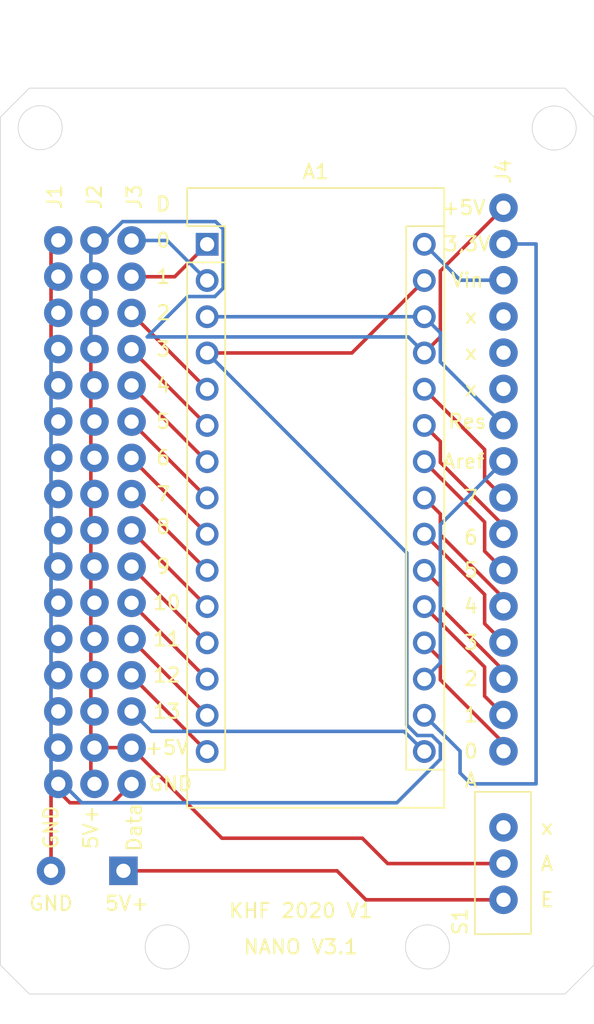
<source format=kicad_pcb>
(kicad_pcb (version 20241229) (generator "pcbnew") (generator_version "9.0")
  (layers (0 "F.Cu" signal) (2 "B.Cu" signal) (13 "F.Paste" user) (15 "B.Paste" user) (5 "F.SilkS" user) (7 "B.SilkS" user) (1 "F.Mask" user) (3 "B.Mask" user) (25 "Edge.Cuts" user))
  (net 0 "")
  (net 1 "Net-(A1-Pad1)")
  (net 2 "Net-(A1-Pad17)")
  (net 3 "Net-(A1-Pad2)")
  (net 4 "Net-(A1-Pad18)")
  (net 5 "Net-(A1-Pad28)")
  (net 6 "Net-(A1-Pad19)")
  (net 7 "Net-(A1-Pad29)")
  (net 8 "Net-(A1-Pad20)")
  (net 9 "Net-(A1-Pad5)")
  (net 10 "Net-(A1-Pad21)")
  (net 11 "Net-(A1-Pad6)")
  (net 12 "Net-(A1-Pad22)")
  (net 13 "Net-(A1-Pad7)")
  (net 14 "Net-(A1-Pad23)")
  (net 15 "Net-(A1-Pad8)")
  (net 16 "Net-(A1-Pad24)")
  (net 17 "Net-(A1-Pad9)")
  (net 18 "Net-(A1-Pad25)")
  (net 19 "Net-(A1-Pad10)")
  (net 20 "Net-(A1-Pad26)")
  (net 21 "Net-(A1-Pad11)")
  (net 22 "Net-(A1-Pad27)")
  (net 23 "Net-(A1-Pad12)")
  (net 24 "Net-(A1-Pad13)")
  (net 25 "Net-(A1-Pad14)")
  (net 26 "Net-(A1-Pad30)")
  (net 27 "Net-(A1-Pad15)")
  (net 28 "Net-(A1-Pad16)")
  (net 29 "Net-(J4-Pad11)")
  (net 30 "Net-(J4-Pad12)")
  (net 31 "Net-(J4-Pad13)")
  (net 32 "Net-(S1-Pad1)")
  (net 33 "Net-(S1-Pad3)")
  (footprint "Module:Arduino_Nano" (layer "F.Cu") (at 121.951001 312.695001)
    (property "Reference" "A1" (at 7.62 -5.08 0) (layer "F.SilkS"))
    (property "Value" "Arduino_Nano_v3.x")
    (fp_line (start -1.4 -3.94) (end -1.4 -1.27) (stroke (width 0.12)) (layer "F.SilkS"))
    (fp_line (start -1.4 1.27) (end -1.4 39.5) (stroke (width 0.12)) (layer "F.SilkS"))
    (fp_line (start -1.4 39.5) (end 16.64 39.5) (stroke (width 0.12)) (layer "F.SilkS"))
    (fp_line (start 1.27 -1.27) (end -1.4 -1.27) (stroke (width 0.12)) (layer "F.SilkS"))
    (fp_line (start 1.27 1.27) (end -1.4 1.27) (stroke (width 0.12)) (layer "F.SilkS"))
    (fp_line (start 1.27 1.27) (end 1.27 -1.27) (stroke (width 0.12)) (layer "F.SilkS"))
    (fp_line (start 1.27 1.27) (end 1.27 36.83) (stroke (width 0.12)) (layer "F.SilkS"))
    (fp_line (start 1.27 36.83) (end -1.4 36.83) (stroke (width 0.12)) (layer "F.SilkS"))
    (fp_line (start 13.97 -1.27) (end 13.97 36.83) (stroke (width 0.12)) (layer "F.SilkS"))
    (fp_line (start 13.97 -1.27) (end 16.64 -1.27) (stroke (width 0.12)) (layer "F.SilkS"))
    (fp_line (start 13.97 36.83) (end 16.64 36.83) (stroke (width 0.12)) (layer "F.SilkS"))
    (fp_line (start 16.64 -3.94) (end -1.4 -3.94) (stroke (width 0.12)) (layer "F.SilkS"))
    (fp_line (start 16.64 39.5) (end 16.64 -3.94) (stroke (width 0.12)) (layer "F.SilkS"))
    (pad "1" thru_hole rect (at 0 0) (size 1.6 1.6) (drill 1) (layers "*.Cu" "*.Mask") (net 1 "Net-(A1-Pad1)"))
    (pad "2" thru_hole oval (at 0 2.54) (size 1.6 1.6) (drill 1) (layers "*.Cu" "*.Mask") (net 3 "Net-(A1-Pad2)"))
    (pad "3" thru_hole oval (at 0 5.08) (size 1.6 1.6) (drill 1) (layers "*.Cu" "*.Mask") (net 5 "Net-(A1-Pad28)"))
    (pad "4" thru_hole oval (at 0 7.62) (size 1.6 1.6) (drill 1) (layers "*.Cu" "*.Mask") (net 7 "Net-(A1-Pad29)"))
    (pad "5" thru_hole oval (at 0 10.16) (size 1.6 1.6) (drill 1) (layers "*.Cu" "*.Mask") (net 9 "Net-(A1-Pad5)"))
    (pad "6" thru_hole oval (at 0 12.7) (size 1.6 1.6) (drill 1) (layers "*.Cu" "*.Mask") (net 11 "Net-(A1-Pad6)"))
    (pad "7" thru_hole oval (at 0 15.24) (size 1.6 1.6) (drill 1) (layers "*.Cu" "*.Mask") (net 13 "Net-(A1-Pad7)"))
    (pad "8" thru_hole oval (at 0 17.78) (size 1.6 1.6) (drill 1) (layers "*.Cu" "*.Mask") (net 15 "Net-(A1-Pad8)"))
    (pad "9" thru_hole oval (at 0 20.32) (size 1.6 1.6) (drill 1) (layers "*.Cu" "*.Mask") (net 17 "Net-(A1-Pad9)"))
    (pad "10" thru_hole oval (at 0 22.86) (size 1.6 1.6) (drill 1) (layers "*.Cu" "*.Mask") (net 19 "Net-(A1-Pad10)"))
    (pad "11" thru_hole oval (at 0 25.4) (size 1.6 1.6) (drill 1) (layers "*.Cu" "*.Mask") (net 21 "Net-(A1-Pad11)"))
    (pad "12" thru_hole oval (at 0 27.94) (size 1.6 1.6) (drill 1) (layers "*.Cu" "*.Mask") (net 23 "Net-(A1-Pad12)"))
    (pad "13" thru_hole oval (at 0 30.48) (size 1.6 1.6) (drill 1) (layers "*.Cu" "*.Mask") (net 24 "Net-(A1-Pad13)"))
    (pad "14" thru_hole oval (at 0 33.02) (size 1.6 1.6) (drill 1) (layers "*.Cu" "*.Mask") (net 25 "Net-(A1-Pad14)"))
    (pad "15" thru_hole oval (at 0 35.56) (size 1.6 1.6) (drill 1) (layers "*.Cu" "*.Mask") (net 27 "Net-(A1-Pad15)"))
    (pad "16" thru_hole oval (at 15.24 35.56) (size 1.6 1.6) (drill 1) (layers "*.Cu" "*.Mask") (net 28 "Net-(A1-Pad16)"))
    (pad "17" thru_hole oval (at 15.24 33.02) (size 1.6 1.6) (drill 1) (layers "*.Cu" "*.Mask") (net 2 "Net-(A1-Pad17)"))
    (pad "18" thru_hole oval (at 15.24 30.48) (size 1.6 1.6) (drill 1) (layers "*.Cu" "*.Mask") (net 4 "Net-(A1-Pad18)"))
    (pad "19" thru_hole oval (at 15.24 27.94) (size 1.6 1.6) (drill 1) (layers "*.Cu" "*.Mask") (net 6 "Net-(A1-Pad19)"))
    (pad "20" thru_hole oval (at 15.24 25.4) (size 1.6 1.6) (drill 1) (layers "*.Cu" "*.Mask") (net 8 "Net-(A1-Pad20)"))
    (pad "21" thru_hole oval (at 15.24 22.86) (size 1.6 1.6) (drill 1) (layers "*.Cu" "*.Mask") (net 10 "Net-(A1-Pad21)"))
    (pad "22" thru_hole oval (at 15.24 20.32) (size 1.6 1.6) (drill 1) (layers "*.Cu" "*.Mask") (net 12 "Net-(A1-Pad22)"))
    (pad "23" thru_hole oval (at 15.24 17.78) (size 1.6 1.6) (drill 1) (layers "*.Cu" "*.Mask") (net 14 "Net-(A1-Pad23)"))
    (pad "24" thru_hole oval (at 15.24 15.24) (size 1.6 1.6) (drill 1) (layers "*.Cu" "*.Mask") (net 16 "Net-(A1-Pad24)"))
    (pad "25" thru_hole oval (at 15.24 12.7) (size 1.6 1.6) (drill 1) (layers "*.Cu" "*.Mask") (net 18 "Net-(A1-Pad25)"))
    (pad "26" thru_hole oval (at 15.24 10.16) (size 1.6 1.6) (drill 1) (layers "*.Cu" "*.Mask") (net 20 "Net-(A1-Pad26)"))
    (pad "27" thru_hole oval (at 15.24 7.62) (size 1.6 1.6) (drill 1) (layers "*.Cu" "*.Mask") (net 22 "Net-(A1-Pad27)"))
    (pad "28" thru_hole oval (at 15.24 5.08) (size 1.6 1.6) (drill 1) (layers "*.Cu" "*.Mask") (net 5 "Net-(A1-Pad28)"))
    (pad "29" thru_hole oval (at 15.24 2.54) (size 1.6 1.6) (drill 1) (layers "*.Cu" "*.Mask") (net 7 "Net-(A1-Pad29)"))
    (pad "30" thru_hole oval (at 15.24 0) (size 1.6 1.6) (drill 1) (layers "*.Cu" "*.Mask") (net 26 "Net-(A1-Pad30)"))
  )
  (footprint "KHF_LIB:NANO_Stift_16PIN" (layer "F.Cu") (at 114.046 312.42 -90)
    (property "Reference" "J2" (at -3.048 0 90) (layer "F.SilkS"))
    (property "Value" "NANO16PINStiftleiste")
    (pad "1" thru_hole circle (at 0 0 270) (size 2 2) (drill 1) (layers "*.Cu" "*.Mask") (net 22 "Net-(A1-Pad27)"))
    (pad "2" thru_hole circle (at 2.54 0 270) (size 2 2) (drill 1) (layers "*.Cu" "*.Mask") (net 22 "Net-(A1-Pad27)"))
    (pad "3" thru_hole circle (at 5.08 0 270) (size 2 2) (drill 1) (layers "*.Cu" "*.Mask") (net 22 "Net-(A1-Pad27)"))
    (pad "4" thru_hole circle (at 7.62 0 270) (size 2 2) (drill 1) (layers "*.Cu" "*.Mask") (net 22 "Net-(A1-Pad27)"))
    (pad "5" thru_hole circle (at 10.16 0 270) (size 2 2) (drill 1) (layers "*.Cu" "*.Mask") (net 22 "Net-(A1-Pad27)"))
    (pad "6" thru_hole circle (at 12.7 0 270) (size 2 2) (drill 1) (layers "*.Cu" "*.Mask") (net 22 "Net-(A1-Pad27)"))
    (pad "7" thru_hole circle (at 15.24 0 270) (size 2 2) (drill 1) (layers "*.Cu" "*.Mask") (net 22 "Net-(A1-Pad27)"))
    (pad "8" thru_hole circle (at 17.78 0 270) (size 2 2) (drill 1) (layers "*.Cu" "*.Mask") (net 22 "Net-(A1-Pad27)"))
    (pad "9" thru_hole circle (at 20.32 0 270) (size 2 2) (drill 1) (layers "*.Cu" "*.Mask") (net 22 "Net-(A1-Pad27)"))
    (pad "10" thru_hole circle (at 22.86 0 270) (size 2 2) (drill 1) (layers "*.Cu" "*.Mask") (net 22 "Net-(A1-Pad27)"))
    (pad "11" thru_hole circle (at 25.4 0 270) (size 2 2) (drill 1) (layers "*.Cu" "*.Mask") (net 22 "Net-(A1-Pad27)"))
    (pad "12" thru_hole circle (at 27.94 0 270) (size 2 2) (drill 1) (layers "*.Cu" "*.Mask") (net 22 "Net-(A1-Pad27)"))
    (pad "13" thru_hole circle (at 30.48 0 270) (size 2 2) (drill 1) (layers "*.Cu" "*.Mask") (net 22 "Net-(A1-Pad27)"))
    (pad "14" thru_hole circle (at 33.02 0 270) (size 2 2) (drill 1) (layers "*.Cu" "*.Mask") (net 22 "Net-(A1-Pad27)"))
    (pad "15" thru_hole circle (at 35.56 0 270) (size 2 2) (drill 1) (layers "*.Cu" "*.Mask") (net 22 "Net-(A1-Pad27)"))
    (pad "16" thru_hole circle (at 38.1 0 270) (size 2 2) (drill 1) (layers "*.Cu" "*.Mask") (net 22 "Net-(A1-Pad27)"))
  )
  (footprint "KHF_LIB:NANO_Stift_16PIN" (layer "F.Cu") (at 116.65 312.43 -90)
    (property "Reference" "J3" (at -3.058 -0.19 90) (layer "F.SilkS"))
    (property "Value" "NANO16PINStiftleiste")
    (pad "1" thru_hole circle (at 0 0 270) (size 2 2) (drill 1) (layers "*.Cu" "*.Mask") (net 3 "Net-(A1-Pad2)"))
    (pad "2" thru_hole circle (at 2.54 0 270) (size 2 2) (drill 1) (layers "*.Cu" "*.Mask") (net 1 "Net-(A1-Pad1)"))
    (pad "3" thru_hole circle (at 5.08 0 270) (size 2 2) (drill 1) (layers "*.Cu" "*.Mask") (net 9 "Net-(A1-Pad5)"))
    (pad "4" thru_hole circle (at 7.62 0 270) (size 2 2) (drill 1) (layers "*.Cu" "*.Mask") (net 11 "Net-(A1-Pad6)"))
    (pad "5" thru_hole circle (at 10.16 0 270) (size 2 2) (drill 1) (layers "*.Cu" "*.Mask") (net 13 "Net-(A1-Pad7)"))
    (pad "6" thru_hole circle (at 12.7 0 270) (size 2 2) (drill 1) (layers "*.Cu" "*.Mask") (net 15 "Net-(A1-Pad8)"))
    (pad "7" thru_hole circle (at 15.24 0 270) (size 2 2) (drill 1) (layers "*.Cu" "*.Mask") (net 17 "Net-(A1-Pad9)"))
    (pad "8" thru_hole circle (at 17.78 0 270) (size 2 2) (drill 1) (layers "*.Cu" "*.Mask") (net 19 "Net-(A1-Pad10)"))
    (pad "9" thru_hole circle (at 20.32 0 270) (size 2 2) (drill 1) (layers "*.Cu" "*.Mask") (net 21 "Net-(A1-Pad11)"))
    (pad "10" thru_hole circle (at 22.86 0 270) (size 2 2) (drill 1) (layers "*.Cu" "*.Mask") (net 23 "Net-(A1-Pad12)"))
    (pad "11" thru_hole circle (at 25.4 0 270) (size 2 2) (drill 1) (layers "*.Cu" "*.Mask") (net 24 "Net-(A1-Pad13)"))
    (pad "12" thru_hole circle (at 27.94 0 270) (size 2 2) (drill 1) (layers "*.Cu" "*.Mask") (net 25 "Net-(A1-Pad14)"))
    (pad "13" thru_hole circle (at 30.48 0 270) (size 2 2) (drill 1) (layers "*.Cu" "*.Mask") (net 27 "Net-(A1-Pad15)"))
    (pad "14" thru_hole circle (at 33.02 0 270) (size 2 2) (drill 1) (layers "*.Cu" "*.Mask") (net 28 "Net-(A1-Pad16)"))
    (pad "15" thru_hole circle (at 35.56 0 270) (size 2 2) (drill 1) (layers "*.Cu" "*.Mask") (net 22 "Net-(A1-Pad27)"))
    (pad "16" thru_hole circle (at 38.1 0 270) (size 2 2) (drill 1) (layers "*.Cu" "*.Mask") (net 7 "Net-(A1-Pad29)"))
  )
  (footprint "KHF_LIB:NANO_Stift_16PIN" (layer "F.Cu") (at 142.748 348.234 90)
    (property "Reference" "J4" (at 40.64 0 90) (layer "F.SilkS"))
    (property "Value" "NANO16PINStiftleiste")
    (pad "1" thru_hole circle (at 0 0 90) (size 2 2) (drill 1) (layers "*.Cu" "*.Mask") (net 6 "Net-(A1-Pad19)"))
    (pad "2" thru_hole circle (at 2.54 0 90) (size 2 2) (drill 1) (layers "*.Cu" "*.Mask") (net 8 "Net-(A1-Pad20)"))
    (pad "3" thru_hole circle (at 5.08 0 90) (size 2 2) (drill 1) (layers "*.Cu" "*.Mask") (net 10 "Net-(A1-Pad21)"))
    (pad "4" thru_hole circle (at 7.62 0 90) (size 2 2) (drill 1) (layers "*.Cu" "*.Mask") (net 12 "Net-(A1-Pad22)"))
    (pad "5" thru_hole circle (at 10.16 0 90) (size 2 2) (drill 1) (layers "*.Cu" "*.Mask") (net 14 "Net-(A1-Pad23)"))
    (pad "6" thru_hole circle (at 12.7 0 90) (size 2 2) (drill 1) (layers "*.Cu" "*.Mask") (net 16 "Net-(A1-Pad24)"))
    (pad "7" thru_hole circle (at 15.24 0 90) (size 2 2) (drill 1) (layers "*.Cu" "*.Mask") (net 18 "Net-(A1-Pad25)"))
    (pad "8" thru_hole circle (at 17.78 0 90) (size 2 2) (drill 1) (layers "*.Cu" "*.Mask") (net 20 "Net-(A1-Pad26)"))
    (pad "9" thru_hole circle (at 20.32 0 90) (size 2 2) (drill 1) (layers "*.Cu" "*.Mask") (net 4 "Net-(A1-Pad18)"))
    (pad "10" thru_hole circle (at 22.86 0 90) (size 2 2) (drill 1) (layers "*.Cu" "*.Mask") (net 5 "Net-(A1-Pad28)"))
    (pad "11" thru_hole circle (at 25.4 0 90) (size 2 2) (drill 1) (layers "*.Cu" "*.Mask") (net 29 "Net-(J4-Pad11)"))
    (pad "12" thru_hole circle (at 27.94 0 90) (size 2 2) (drill 1) (layers "*.Cu" "*.Mask") (net 30 "Net-(J4-Pad12)"))
    (pad "13" thru_hole circle (at 30.48 0 90) (size 2 2) (drill 1) (layers "*.Cu" "*.Mask") (net 31 "Net-(J4-Pad13)"))
    (pad "14" thru_hole circle (at 33.02 0 90) (size 2 2) (drill 1) (layers "*.Cu" "*.Mask") (net 26 "Net-(A1-Pad30)"))
    (pad "15" thru_hole circle (at 35.56 0 90) (size 2 2) (drill 1) (layers "*.Cu" "*.Mask") (net 2 "Net-(A1-Pad17)"))
    (pad "16" thru_hole circle (at 38.1 0 90) (size 2 2) (drill 1) (layers "*.Cu" "*.Mask") (net 22 "Net-(A1-Pad27)"))
  )
  (footprint "KHF_LIB:Micro_SchalterKHF" (layer "F.Cu") (at 142.748 358.648 90)
    (property "Reference" "S1" (at -1.524 -3.048 90) (layer "F.SilkS"))
    (property "Value" "Micro_Schalter")
    (fp_line (start 7.5692 -2.0066) (end 7.5692 1.9304) (stroke (width 0.12)) (layer "F.SilkS"))
    (fp_line (start -2.3876 -2.0066) (end 7.5692 -2.0066) (stroke (width 0.12)) (layer "F.SilkS"))
    (fp_line (start 7.5692 1.9304) (end -2.3876 1.9304) (stroke (width 0.12)) (layer "F.SilkS"))
    (fp_line (start -2.3876 1.9304) (end -2.413 -2.0066) (stroke (width 0.12)) (layer "F.SilkS"))
    (pad "1" thru_hole circle (at 0 0 90) (size 2 2) (drill 1) (layers "*.Cu" "*.Mask") (net 32 "Net-(S1-Pad1)"))
    (pad "2" thru_hole circle (at 2.54 0 90) (size 2 2) (drill 1) (layers "*.Cu" "*.Mask") (net 22 "Net-(A1-Pad27)"))
    (pad "3" thru_hole circle (at 5.08 0 90) (size 2 2) (drill 1) (layers "*.Cu" "*.Mask") (net 33 "Net-(S1-Pad3)"))
  )
  (footprint "KHF_LIB:9VBAT_khf" (layer "F.Cu") (at 110.998 356.616)
    (property "Reference" "GND" (at 0 2.286 0) (layer "F.SilkS"))
    (property "Value" "9VBat")
    (pad "1" thru_hole circle (at 0 0) (size 2 2) (drill 1) (layers "*.Cu" "*.Mask") (net 7 "Net-(A1-Pad29)"))
    (pad "2" thru_hole rect (at 5.08 0) (size 2 2) (drill 1) (layers "*.Cu" "*.Mask") (net 32 "Net-(S1-Pad1)"))
  )
  (footprint "KHF_LIB:NANO_Stift_16PIN" (layer "F.Cu") (at 111.506 350.52 90)
    (property "Reference" "J1" (at 41.148 -0.254 90) (layer "F.SilkS"))
    (property "Value" "NANO16PINStiftleiste")
    (pad "1" thru_hole circle (at 0 0 90) (size 2 2) (drill 1) (layers "*.Cu" "*.Mask") (net 7 "Net-(A1-Pad29)"))
    (pad "2" thru_hole circle (at 2.54 0 90) (size 2 2) (drill 1) (layers "*.Cu" "*.Mask") (net 7 "Net-(A1-Pad29)"))
    (pad "3" thru_hole circle (at 5.08 0 90) (size 2 2) (drill 1) (layers "*.Cu" "*.Mask") (net 7 "Net-(A1-Pad29)"))
    (pad "4" thru_hole circle (at 7.62 0 90) (size 2 2) (drill 1) (layers "*.Cu" "*.Mask") (net 7 "Net-(A1-Pad29)"))
    (pad "5" thru_hole circle (at 10.16 0 90) (size 2 2) (drill 1) (layers "*.Cu" "*.Mask") (net 7 "Net-(A1-Pad29)"))
    (pad "6" thru_hole circle (at 12.7 0 90) (size 2 2) (drill 1) (layers "*.Cu" "*.Mask") (net 7 "Net-(A1-Pad29)"))
    (pad "7" thru_hole circle (at 15.24 0 90) (size 2 2) (drill 1) (layers "*.Cu" "*.Mask") (net 7 "Net-(A1-Pad29)"))
    (pad "8" thru_hole circle (at 17.78 0 90) (size 2 2) (drill 1) (layers "*.Cu" "*.Mask") (net 7 "Net-(A1-Pad29)"))
    (pad "9" thru_hole circle (at 20.32 0 90) (size 2 2) (drill 1) (layers "*.Cu" "*.Mask") (net 7 "Net-(A1-Pad29)"))
    (pad "10" thru_hole circle (at 22.86 0 90) (size 2 2) (drill 1) (layers "*.Cu" "*.Mask") (net 7 "Net-(A1-Pad29)"))
    (pad "11" thru_hole circle (at 25.4 0 90) (size 2 2) (drill 1) (layers "*.Cu" "*.Mask") (net 7 "Net-(A1-Pad29)"))
    (pad "12" thru_hole circle (at 27.94 0 90) (size 2 2) (drill 1) (layers "*.Cu" "*.Mask") (net 7 "Net-(A1-Pad29)"))
    (pad "13" thru_hole circle (at 30.48 0 90) (size 2 2) (drill 1) (layers "*.Cu" "*.Mask") (net 7 "Net-(A1-Pad29)"))
    (pad "14" thru_hole circle (at 33.02 0 90) (size 2 2) (drill 1) (layers "*.Cu" "*.Mask") (net 7 "Net-(A1-Pad29)"))
    (pad "15" thru_hole circle (at 35.56 0 90) (size 2 2) (drill 1) (layers "*.Cu" "*.Mask") (net 7 "Net-(A1-Pad29)"))
    (pad "16" thru_hole circle (at 38.1 0 90) (size 2 2) (drill 1) (layers "*.Cu" "*.Mask") (net 7 "Net-(A1-Pad29)"))
  )
  (gr_line (start 107.442 363.22) (end 107.442 303.784) (stroke (width 0.05)) (layer "Edge.Cuts"))
  (gr_circle (center 137.414 361.95) (end 138.938 361.696) (stroke (width 0.05)) (fill no) (layer "Edge.Cuts"))
  (gr_circle (center 146.304 304.546) (end 147.828 304.292) (stroke (width 0.05)) (fill no) (layer "Edge.Cuts"))
  (gr_line (start 107.442 303.784) (end 109.474 301.752) (stroke (width 0.05)) (layer "Edge.Cuts"))
  (gr_line (start 147.066 365.252) (end 149.098 363.22) (stroke (width 0.05)) (layer "Edge.Cuts"))
  (gr_line (start 147.066 365.252) (end 109.474 365.252) (stroke (width 0.05)) (layer "Edge.Cuts"))
  (gr_line (start 149.098 303.784) (end 149.098 363.22) (stroke (width 0.05)) (layer "Edge.Cuts"))
  (gr_line (start 149.098 303.784) (end 147.066 301.752) (stroke (width 0.05)) (layer "Edge.Cuts"))
  (gr_circle (center 119.147021 361.95) (end 120.671021 361.696) (stroke (width 0.05)) (fill no) (layer "Edge.Cuts"))
  (gr_line (start 107.442 363.22) (end 109.474 365.252) (stroke (width 0.05)) (layer "Edge.Cuts"))
  (gr_line (start 109.474 301.752) (end 147.066 301.752) (stroke (width 0.05)) (layer "Edge.Cuts"))
  (gr_circle (center 110.236 304.524979) (end 111.76 304.270979) (stroke (width 0.05)) (fill no) (layer "Edge.Cuts"))
  (gr_text "Aref" (at 139.954 327.914 0) (layer "F.SilkS") (effects (font (size 1 1))))
  (gr_text "12" (at 119.126 342.9 0) (layer "F.SilkS") (effects (font (size 1 1))))
  (gr_text "x" (at 140.462 320.294 0) (layer "F.SilkS") (effects (font (size 1 1))))
  (gr_text "4" (at 118.872 322.58 0) (layer "F.SilkS") (effects (font (size 1 1))))
  (gr_text "6" (at 118.872 327.66 0) (layer "F.SilkS") (effects (font (size 1 1))))
  (gr_text "2" (at 118.872 317.5 0) (layer "F.SilkS") (effects (font (size 1 1))))
  (gr_text "5" (at 118.872 325.12 0) (layer "F.SilkS") (effects (font (size 1 1))))
  (gr_text "5V+" (at 116.332 358.902 0) (layer "F.SilkS") (effects (font (size 1 1))))
  (gr_text "x" (at 140.462 317.754 0) (layer "F.SilkS") (effects (font (size 1 1))))
  (gr_text "2" (at 140.462 343.154 0) (layer "F.SilkS") (effects (font (size 1 1))))
  (gr_text "7" (at 140.462 330.454 0) (layer "F.SilkS") (effects (font (size 1 1))))
  (gr_text "KHF 2020 V1" (at 128.524 359.41 0) (layer "F.SilkS") (effects (font (size 1 1))))
  (gr_text "13" (at 119.126 345.44 0) (layer "F.SilkS") (effects (font (size 1 1))))
  (gr_text "A" (at 140.462 350.266 0) (layer "F.SilkS") (effects (font (size 1 1))))
  (gr_text "E" (at 145.796 358.648 0) (layer "F.SilkS") (effects (font (size 1 1))))
  (gr_text "NANO V3.1" (at 128.524 361.95 0) (layer "F.SilkS") (effects (font (size 1 1))))
  (gr_text "6" (at 140.462 333.248 0) (layer "F.SilkS") (effects (font (size 1 1))))
  (gr_text "8" (at 118.872 332.486 0) (layer "F.SilkS") (effects (font (size 1 1))))
  (gr_text "5" (at 140.462 335.534 0) (layer "F.SilkS") (effects (font (size 1 1))))
  (gr_text "+5V" (at 119.126 347.98 0) (layer "F.SilkS") (effects (font (size 1 1))))
  (gr_text "x" (at 145.796 353.568 0) (layer "F.SilkS") (effects (font (size 1 1))))
  (gr_text "+5V" (at 139.954 310.134 0) (layer "F.SilkS") (effects (font (size 1 1))))
  (gr_text "1" (at 118.872 314.96 0) (layer "F.SilkS") (effects (font (size 1 1))))
  (gr_text "3,3V" (at 140.208 312.674 0) (layer "F.SilkS") (effects (font (size 1 1))))
  (gr_text "Res" (at 140.208 325.12 0) (layer "F.SilkS") (effects (font (size 1 1))))
  (gr_text "GND" (at 110.998 353.568 90) (layer "F.SilkS") (effects (font (size 1 1))))
  (gr_text "GND" (at 119.38 350.52 0) (layer "F.SilkS") (effects (font (size 1 1))))
  (gr_text "7" (at 118.872 330.2 0) (layer "F.SilkS") (effects (font (size 1 1))))
  (gr_text "9" (at 118.872 335.28 0) (layer "F.SilkS") (effects (font (size 1 1))))
  (gr_text "D" (at 118.872 309.88 0) (layer "F.SilkS") (effects (font (size 1 1))))
  (gr_text "Data" (at 116.84 353.568 90) (layer "F.SilkS") (effects (font (size 1 1))))
  (gr_text "Vin" (at 140.208 315.214 0) (layer "F.SilkS") (effects (font (size 1 1))))
  (gr_text "A" (at 145.796 356.108 0) (layer "F.SilkS") (effects (font (size 1 1))))
  (gr_text "10" (at 119.126 337.82 0) (layer "F.SilkS") (effects (font (size 1 1))))
  (gr_text "0" (at 118.872 312.42 0) (layer "F.SilkS") (effects (font (size 1 1))))
  (gr_text "1" (at 140.462 345.694 0) (layer "F.SilkS") (effects (font (size 1 1))))
  (gr_text "3" (at 140.462 340.614 0) (layer "F.SilkS") (effects (font (size 1 1))))
  (gr_text "11" (at 119.126 340.36 0) (layer "F.SilkS") (effects (font (size 1 1))))
  (gr_text "0" (at 140.462 348.234 0) (layer "F.SilkS") (effects (font (size 1 1))))
  (gr_text "4" (at 140.462 338.074 0) (layer "F.SilkS") (effects (font (size 1 1))))
  (gr_text "3" (at 118.872 320.04 0) (layer "F.SilkS") (effects (font (size 1 1))))
  (gr_text "x" (at 140.462 322.834 0) (layer "F.SilkS") (effects (font (size 1 1))))
  (gr_text "5V+" (at 113.792 353.568 90) (layer "F.SilkS") (effects (font (size 1 1))))
  (segment (start 119.676002 314.97) (end 121.951001 312.695001) (width 0.25) (layer "F.Cu") (net 1))
  (segment (start 116.65 314.97) (end 119.676002 314.97) (width 0.25) (layer "F.Cu") (net 1))
  (segment (start 142.748 312.674) (end 145.034 312.674) (width 0.25) (layer "B.Cu") (net 2))
  (segment (start 145.034 350.52) (end 140.462 350.52) (width 0.25) (layer "B.Cu") (net 2))
  (segment (start 139.7 349.758) (end 139.7 348.224) (width 0.25) (layer "B.Cu") (net 2))
  (segment (start 140.462 350.52) (end 139.7 349.758) (width 0.25) (layer "B.Cu") (net 2))
  (segment (start 145.034 312.674) (end 145.034 350.52) (width 0.25) (layer "B.Cu") (net 2))
  (segment (start 139.7 348.224) (end 137.191001 345.715001) (width 0.25) (layer "B.Cu") (net 2))
  (segment (start 119.146 312.43) (end 121.951001 315.235001) (width 0.25) (layer "B.Cu") (net 3))
  (segment (start 116.65 312.43) (end 119.146 312.43) (width 0.25) (layer "B.Cu") (net 3))
  (segment (start 138.316002 332.345998) (end 142.748 327.914) (width 0.25) (layer "B.Cu") (net 4))
  (segment (start 138.316002 342.05) (end 138.316002 332.345998) (width 0.25) (layer "B.Cu") (net 4))
  (segment (start 137.191001 343.175001) (end 138.316002 342.05) (width 0.25) (layer "B.Cu") (net 4))
  (segment (start 138.316002 320.942002) (end 138.316002 318.900002) (width 0.25) (layer "B.Cu") (net 5))
  (segment (start 138.316002 318.900002) (end 137.191001 317.775001) (width 0.25) (layer "B.Cu") (net 5))
  (segment (start 142.748 325.374) (end 138.316002 320.942002) (width 0.25) (layer "B.Cu") (net 5))
  (segment (start 121.951001 317.775001) (end 137.191001 317.775001) (width 0.25) (layer "B.Cu") (net 5))
  (segment (start 142.748 347.655002) (end 138.316002 343.223004) (width 0.25) (layer "F.Cu") (net 6))
  (segment (start 138.316002 341.760002) (end 137.191001 340.635001) (width 0.25) (layer "F.Cu") (net 6))
  (segment (start 138.316002 343.223004) (end 138.316002 341.760002) (width 0.25) (layer "F.Cu") (net 6))
  (segment (start 142.748 348.234) (end 142.748 347.655002) (width 0.25) (layer "F.Cu") (net 6))
  (segment (start 110.998 356.616) (end 110.998 350.52) (width 0.25) (layer "F.Cu") (net 7))
  (segment (start 110.998 337.82) (end 110.998 335.28) (width 0.25) (layer "F.Cu") (net 7))
  (segment (start 110.998 322.58) (end 110.998 325.12) (width 0.25) (layer "F.Cu") (net 7))
  (segment (start 110.998 317.5) (end 110.998 314.96) (width 0.25) (layer "F.Cu") (net 7))
  (segment (start 110.998 347.98) (end 110.998 350.52) (width 0.25) (layer "F.Cu") (net 7))
  (segment (start 110.998 347.98) (end 110.998 345.44) (width 0.25) (layer "F.Cu") (net 7))
  (segment (start 115.334999 351.845001) (end 116.65 350.53) (width 0.25) (layer "F.Cu") (net 7))
  (segment (start 110.998 312.42) (end 110.998 314.96) (width 0.25) (layer "F.Cu") (net 7))
  (segment (start 132.111001 320.315001) (end 137.191001 315.235001) (width 0.25) (layer "F.Cu") (net 7))
  (segment (start 110.998 320.04) (end 110.998 322.58) (width 0.25) (layer "F.Cu") (net 7))
  (segment (start 110.998 342.9) (end 110.998 340.36) (width 0.25) (layer "F.Cu") (net 7))
  (segment (start 110.998 317.5) (end 110.998 320.04) (width 0.25) (layer "F.Cu") (net 7))
  (segment (start 110.998 332.74) (end 110.998 330.2) (width 0.25) (layer "F.Cu") (net 7))
  (segment (start 110.998 327.66) (end 110.998 325.12) (width 0.25) (layer "F.Cu") (net 7))
  (segment (start 110.998 330.2) (end 110.998 327.66) (width 0.25) (layer "F.Cu") (net 7))
  (segment (start 112.323001 351.845001) (end 115.334999 351.845001) (width 0.25) (layer "F.Cu") (net 7))
  (segment (start 110.998 345.44) (end 110.998 342.9) (width 0.25) (layer "F.Cu") (net 7))
  (segment (start 110.998 340.36) (end 110.998 337.82) (width 0.25) (layer "F.Cu") (net 7))
  (segment (start 121.951001 320.315001) (end 132.111001 320.315001) (width 0.25) (layer "F.Cu") (net 7))
  (segment (start 110.998 335.28) (end 110.998 332.74) (width 0.25) (layer "F.Cu") (net 7))
  (segment (start 110.998 350.52) (end 112.323001 351.845001) (width 0.25) (layer "F.Cu") (net 7))
  (segment (start 110.998 349.687002) (end 110.998 320.04) (width 0.25) (layer "B.Cu") (net 7))
  (segment (start 135.962403 334.326403) (end 135.962403 346.389993) (width 0.25) (layer "B.Cu") (net 7))
  (segment (start 135.266003 351.845001) (end 113.155999 351.845001) (width 0.25) (layer "B.Cu") (net 7))
  (segment (start 137.731002 347.13) (end 138.316002 347.715) (width 0.25) (layer "B.Cu") (net 7))
  (segment (start 135.962403 346.389993) (end 136.70241 347.13) (width 0.25) (layer "B.Cu") (net 7))
  (segment (start 136.70241 347.13) (end 137.731002 347.13) (width 0.25) (layer "B.Cu") (net 7))
  (segment (start 138.316002 347.715) (end 138.316002 348.795002) (width 0.25) (layer "B.Cu") (net 7))
  (segment (start 113.155999 351.845001) (end 110.998 349.687002) (width 0.25) (layer "B.Cu") (net 7))
  (segment (start 121.951001 320.315001) (end 135.962403 334.326403) (width 0.25) (layer "B.Cu") (net 7))
  (segment (start 138.316002 348.795002) (end 135.266003 351.845001) (width 0.25) (layer "B.Cu") (net 7))
  (segment (start 141.422999 342.326999) (end 137.191001 338.095001) (width 0.25) (layer "F.Cu") (net 8))
  (segment (start 142.748 345.694) (end 141.422999 344.368999) (width 0.25) (layer "F.Cu") (net 8))
  (segment (start 141.422999 344.368999) (end 141.422999 342.326999) (width 0.25) (layer "F.Cu") (net 8))
  (segment (start 116.65 317.554) (end 116.65 317.51) (width 0.25) (layer "F.Cu") (net 9))
  (segment (start 121.951001 322.855001) (end 116.65 317.554) (width 0.25) (layer "F.Cu") (net 9))
  (segment (start 142.748 343.154) (end 142.748 342.575002) (width 0.25) (layer "F.Cu") (net 10))
  (segment (start 142.748 342.575002) (end 138.316002 338.143004) (width 0.25) (layer "F.Cu") (net 10))
  (segment (start 138.316002 336.680002) (end 137.191001 335.555001) (width 0.25) (layer "F.Cu") (net 10))
  (segment (start 138.316002 338.143004) (end 138.316002 336.680002) (width 0.25) (layer "F.Cu") (net 10))
  (segment (start 121.951001 325.395001) (end 116.65 320.094) (width 0.25) (layer "F.Cu") (net 11))
  (segment (start 116.65 320.094) (end 116.65 320.05) (width 0.25) (layer "F.Cu") (net 11))
  (segment (start 141.422999 337.246999) (end 137.191001 333.015001) (width 0.25) (layer "F.Cu") (net 12))
  (segment (start 142.748 340.614) (end 141.422999 339.288999) (width 0.25) (layer "F.Cu") (net 12))
  (segment (start 141.422999 339.288999) (end 141.422999 337.246999) (width 0.25) (layer "F.Cu") (net 12))
  (segment (start 121.951001 327.935001) (end 116.65 322.634) (width 0.25) (layer "F.Cu") (net 13))
  (segment (start 116.65 322.634) (end 116.65 322.59) (width 0.25) (layer "F.Cu") (net 13))
  (segment (start 142.748 337.495002) (end 138.316002 333.063004) (width 0.25) (layer "F.Cu") (net 14))
  (segment (start 138.316002 331.600002) (end 137.191001 330.475001) (width 0.25) (layer "F.Cu") (net 14))
  (segment (start 138.316002 333.063004) (end 138.316002 331.600002) (width 0.25) (layer "F.Cu") (net 14))
  (segment (start 142.748 338.074) (end 142.748 337.495002) (width 0.25) (layer "F.Cu") (net 14))
  (segment (start 116.65 325.174) (end 116.65 325.13) (width 0.25) (layer "F.Cu") (net 15))
  (segment (start 121.951001 330.475001) (end 116.65 325.174) (width 0.25) (layer "F.Cu") (net 15))
  (segment (start 141.422999 332.166999) (end 137.191001 327.935001) (width 0.25) (layer "F.Cu") (net 16))
  (segment (start 142.748 335.534) (end 141.422999 334.208999) (width 0.25) (layer "F.Cu") (net 16))
  (segment (start 141.422999 334.208999) (end 141.422999 332.166999) (width 0.25) (layer "F.Cu") (net 16))
  (segment (start 116.65 327.714) (end 116.65 327.67) (width 0.25) (layer "F.Cu") (net 17))
  (segment (start 121.951001 333.015001) (end 116.65 327.714) (width 0.25) (layer "F.Cu") (net 17))
  (segment (start 142.748 332.994) (end 142.748 332.415002) (width 0.25) (layer "F.Cu") (net 18))
  (segment (start 138.316002 327.983004) (end 138.316002 326.520002) (width 0.25) (layer "F.Cu") (net 18))
  (segment (start 138.316002 326.520002) (end 137.191001 325.395001) (width 0.25) (layer "F.Cu") (net 18))
  (segment (start 142.748 332.415002) (end 138.316002 327.983004) (width 0.25) (layer "F.Cu") (net 18))
  (segment (start 116.65 330.254) (end 116.65 330.21) (width 0.25) (layer "F.Cu") (net 19))
  (segment (start 121.951001 335.555001) (end 116.65 330.254) (width 0.25) (layer "F.Cu") (net 19))
  (segment (start 141.422999 327.086999) (end 137.191001 322.855001) (width 0.25) (layer "F.Cu") (net 20))
  (segment (start 141.422999 329.128999) (end 141.422999 327.086999) (width 0.25) (layer "F.Cu") (net 20))
  (segment (start 142.748 330.454) (end 141.422999 329.128999) (width 0.25) (layer "F.Cu") (net 20))
  (segment (start 116.65 332.794) (end 116.65 332.75) (width 0.25) (layer "F.Cu") (net 21))
  (segment (start 121.951001 338.095001) (end 116.65 332.794) (width 0.25) (layer "F.Cu") (net 21))
  (segment (start 113.792 350.52) (end 113.792 347.98) (width 0.25) (layer "F.Cu") (net 22))
  (segment (start 113.792 327.66) (end 113.792 325.12) (width 0.25) (layer "F.Cu") (net 22))
  (segment (start 132.842 354.33) (end 122.99 354.33) (width 0.25) (layer "F.Cu") (net 22))
  (segment (start 113.792 314.96) (end 113.792 312.42) (width 0.25) (layer "F.Cu") (net 22))
  (segment (start 113.792 332.74) (end 113.792 330.2) (width 0.25) (layer "F.Cu") (net 22))
  (segment (start 134.62 356.108) (end 132.842 354.33) (width 0.25) (layer "F.Cu") (net 22))
  (segment (start 113.792 325.12) (end 113.792 322.58) (width 0.25) (layer "F.Cu") (net 22))
  (segment (start 113.792 347.98) (end 116.64 347.98) (width 0.25) (layer "F.Cu") (net 22))
  (segment (start 113.792 317.5) (end 113.792 314.96) (width 0.25) (layer "F.Cu") (net 22))
  (segment (start 138.316002 314.565998) (end 138.316002 319.19) (width 0.25) (layer "F.Cu") (net 22))
  (segment (start 142.748 356.108) (end 134.62 356.108) (width 0.25) (layer "F.Cu") (net 22))
  (segment (start 122.99 354.33) (end 116.65 347.99) (width 0.25) (layer "F.Cu") (net 22))
  (segment (start 113.792 342.9) (end 113.792 340.36) (width 0.25) (layer "F.Cu") (net 22))
  (segment (start 113.792 340.36) (end 113.792 337.82) (width 0.25) (layer "F.Cu") (net 22))
  (segment (start 138.316002 319.19) (end 137.191001 320.315001) (width 0.25) (layer "F.Cu") (net 22))
  (segment (start 113.792 347.98) (end 113.792 345.44) (width 0.25) (layer "F.Cu") (net 22))
  (segment (start 113.792 337.82) (end 113.792 335.28) (width 0.25) (layer "F.Cu") (net 22))
  (segment (start 116.64 347.98) (end 116.65 347.99) (width 0.25) (layer "F.Cu") (net 22))
  (segment (start 113.792 322.58) (end 113.792 320.04) (width 0.25) (layer "F.Cu") (net 22))
  (segment (start 142.748 310.134) (end 138.316002 314.565998) (width 0.25) (layer "F.Cu") (net 22))
  (segment (start 113.792 345.44) (end 113.792 342.9) (width 0.25) (layer "F.Cu") (net 22))
  (segment (start 113.792 335.28) (end 113.792 332.74) (width 0.25) (layer "F.Cu") (net 22))
  (segment (start 113.792 330.2) (end 113.792 327.66) (width 0.25) (layer "F.Cu") (net 22))
  (segment (start 113.792 320.04) (end 113.792 317.5) (width 0.25) (layer "F.Cu") (net 22))
  (segment (start 113.792 313.326998) (end 113.792 320.04) (width 0.25) (layer "B.Cu") (net 22))
  (segment (start 117.751002 319.19) (end 120.581 316.360002) (width 0.25) (layer "B.Cu") (net 22))
  (segment (start 136.066 319.19) (end 117.751002 319.19) (width 0.25) (layer "B.Cu") (net 22))
  (segment (start 123.076002 311.635) (end 122.546001 311.104999) (width 0.25) (layer "B.Cu") (net 22))
  (segment (start 137.191001 320.315001) (end 136.066 319.19) (width 0.25) (layer "B.Cu") (net 22))
  (segment (start 122.491002 316.360002) (end 123.076002 315.775002) (width 0.25) (layer "B.Cu") (net 22))
  (segment (start 122.546001 311.104999) (end 116.013999 311.104999) (width 0.25) (layer "B.Cu") (net 22))
  (segment (start 116.013999 311.104999) (end 113.792 313.326998) (width 0.25) (layer "B.Cu") (net 22))
  (segment (start 120.581 316.360002) (end 122.491002 316.360002) (width 0.25) (layer "B.Cu") (net 22))
  (segment (start 123.076002 315.775002) (end 123.076002 311.635) (width 0.25) (layer "B.Cu") (net 22))
  (segment (start 116.65 335.334) (end 116.65 335.29) (width 0.25) (layer "F.Cu") (net 23))
  (segment (start 121.951001 340.635001) (end 116.65 335.334) (width 0.25) (layer "F.Cu") (net 23))
  (segment (start 121.951001 343.175001) (end 116.65 337.874) (width 0.25) (layer "F.Cu") (net 24))
  (segment (start 116.65 337.874) (end 116.65 337.83) (width 0.25) (layer "F.Cu") (net 24))
  (segment (start 116.65 340.414) (end 116.65 340.37) (width 0.25) (layer "F.Cu") (net 25))
  (segment (start 121.951001 345.715001) (end 116.65 340.414) (width 0.25) (layer "F.Cu") (net 25))
  (segment (start 142.748 315.214) (end 139.71 315.214) (width 0.25) (layer "B.Cu") (net 26))
  (segment (start 139.71 315.214) (end 137.191001 312.695001) (width 0.25) (layer "B.Cu") (net 26))
  (segment (start 121.951001 348.255001) (end 116.65 342.954) (width 0.25) (layer "F.Cu") (net 27))
  (segment (start 116.65 342.954) (end 116.65 342.91) (width 0.25) (layer "F.Cu") (net 27))
  (segment (start 118.040002 346.840002) (end 116.65 345.45) (width 0.25) (layer "B.Cu") (net 28))
  (segment (start 137.191001 348.255001) (end 135.776002 346.840002) (width 0.25) (layer "B.Cu") (net 28))
  (segment (start 135.776002 346.840002) (end 118.040002 346.840002) (width 0.25) (layer "B.Cu") (net 28))
  (segment (start 116.078 356.616) (end 131.064 356.616) (width 0.25) (layer "F.Cu") (net 32))
  (segment (start 131.064 356.616) (end 133.096 358.648) (width 0.25) (layer "F.Cu") (net 32))
  (segment (start 133.096 358.648) (end 142.748 358.648) (width 0.25) (layer "F.Cu") (net 32))
)
</source>
